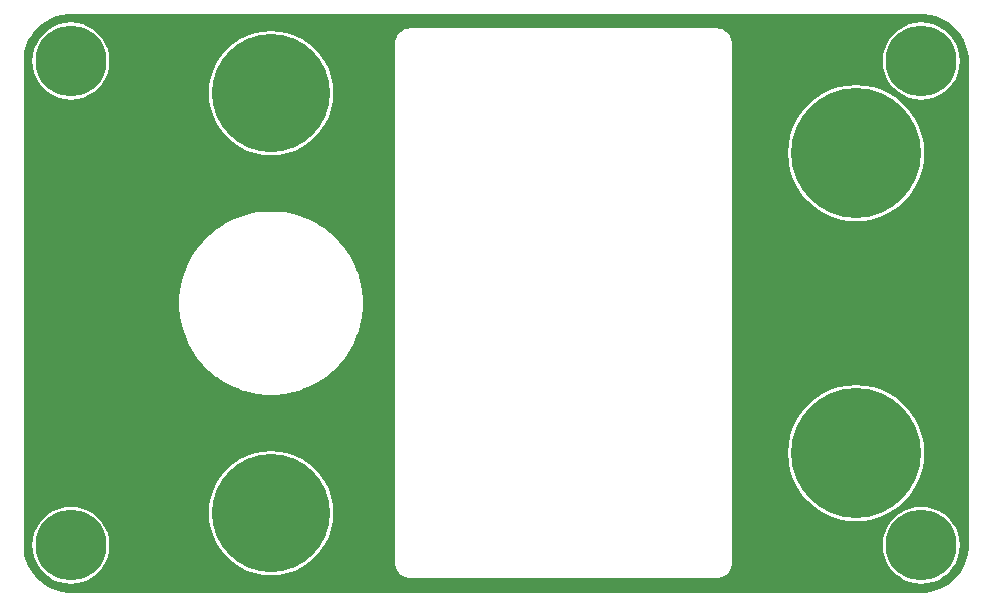
<source format=gtl>
G04 Layer_Physical_Order=1*
G04 Layer_Color=25308*
%FSAX43Y43*%
%MOMM*%
G71*
G01*
G75*
%ADD10C,11.000*%
%ADD11C,10.000*%
%ADD12C,6.000*%
G36*
X0135842Y0100632D02*
X0136349Y0100496D01*
X0136833Y0100295D01*
X0137287Y0100033D01*
X0137703Y0099714D01*
X0138074Y0099343D01*
X0138393Y0098927D01*
X0138655Y0098473D01*
X0138856Y0097989D01*
X0138992Y0097482D01*
X0139060Y0096962D01*
Y0096700D01*
Y0055700D01*
Y0055438D01*
X0138992Y0054918D01*
X0138856Y0054411D01*
X0138655Y0053927D01*
X0138393Y0053473D01*
X0138074Y0053057D01*
X0137703Y0052686D01*
X0137287Y0052367D01*
X0136833Y0052105D01*
X0136349Y0051904D01*
X0135842Y0051768D01*
X0135322Y0051700D01*
X0062798D01*
X0062278Y0051768D01*
X0061771Y0051904D01*
X0061287Y0052105D01*
X0060833Y0052367D01*
X0060417Y0052686D01*
X0060046Y0053057D01*
X0059727Y0053473D01*
X0059465Y0053927D01*
X0059264Y0054411D01*
X0059128Y0054918D01*
X0059060Y0055438D01*
Y0055700D01*
Y0096700D01*
Y0096962D01*
X0059128Y0097482D01*
X0059264Y0097989D01*
X0059465Y0098473D01*
X0059727Y0098927D01*
X0060046Y0099343D01*
X0060417Y0099714D01*
X0060833Y0100033D01*
X0061287Y0100295D01*
X0061771Y0100496D01*
X0062278Y0100632D01*
X0062798Y0100700D01*
X0135322D01*
X0135842Y0100632D01*
D02*
G37*
%LPC*%
G36*
X0117873Y0099459D02*
X0091677D01*
X0091651Y0099454D01*
X0091626D01*
X0091433Y0099416D01*
X0091409Y0099406D01*
X0091384Y0099401D01*
X0091202Y0099325D01*
X0091181Y0099311D01*
X0091157Y0099302D01*
X0090994Y0099192D01*
X0090976Y0099174D01*
X0090954Y0099160D01*
X0090815Y0099021D01*
X0090801Y0098999D01*
X0090783Y0098981D01*
X0090673Y0098818D01*
X0090664Y0098794D01*
X0090650Y0098773D01*
X0090574Y0098591D01*
X0090569Y0098566D01*
X0090559Y0098542D01*
X0090521Y0098349D01*
Y0098324D01*
X0090516Y0098298D01*
Y0098200D01*
Y0054200D01*
Y0054102D01*
X0090521Y0054076D01*
Y0054051D01*
X0090559Y0053858D01*
X0090569Y0053834D01*
X0090574Y0053809D01*
X0090650Y0053627D01*
X0090664Y0053606D01*
X0090673Y0053582D01*
X0090783Y0053419D01*
X0090801Y0053401D01*
X0090815Y0053379D01*
X0090954Y0053240D01*
X0090976Y0053226D01*
X0090994Y0053208D01*
X0091157Y0053098D01*
X0091181Y0053089D01*
X0091202Y0053075D01*
X0091384Y0052999D01*
X0091409Y0052994D01*
X0091433Y0052984D01*
X0091626Y0052946D01*
X0091651D01*
X0091677Y0052941D01*
X0117873D01*
X0117899Y0052946D01*
X0117924D01*
X0118117Y0052984D01*
X0118141Y0052994D01*
X0118166Y0052999D01*
X0118348Y0053075D01*
X0118369Y0053089D01*
X0118393Y0053098D01*
X0118556Y0053208D01*
X0118574Y0053226D01*
X0118596Y0053240D01*
X0118735Y0053379D01*
X0118749Y0053401D01*
X0118767Y0053419D01*
X0118877Y0053582D01*
X0118886Y0053606D01*
X0118900Y0053627D01*
X0118976Y0053809D01*
X0118981Y0053834D01*
X0118991Y0053858D01*
X0119029Y0054051D01*
Y0054076D01*
X0119034Y0054102D01*
Y0054200D01*
Y0098200D01*
Y0098298D01*
X0119029Y0098324D01*
Y0098349D01*
X0118991Y0098542D01*
X0118981Y0098566D01*
X0118976Y0098591D01*
X0118900Y0098773D01*
X0118886Y0098794D01*
X0118877Y0098818D01*
X0118767Y0098981D01*
X0118749Y0098999D01*
X0118735Y0099021D01*
X0118596Y0099160D01*
X0118574Y0099174D01*
X0118556Y0099192D01*
X0118393Y0099302D01*
X0118369Y0099311D01*
X0118348Y0099325D01*
X0118166Y0099401D01*
X0118141Y0099406D01*
X0118117Y0099416D01*
X0117924Y0099454D01*
X0117899D01*
X0117873Y0099459D01*
D02*
G37*
G36*
X0080010Y0063685D02*
X0079323Y0063640D01*
X0078647Y0063506D01*
X0077995Y0063284D01*
X0077377Y0062980D01*
X0076805Y0062597D01*
X0076287Y0062143D01*
X0075833Y0061625D01*
X0075450Y0061053D01*
X0075146Y0060435D01*
X0074924Y0059783D01*
X0074790Y0059107D01*
X0074745Y0058420D01*
X0074790Y0057733D01*
X0074924Y0057057D01*
X0075146Y0056405D01*
X0075450Y0055787D01*
X0075833Y0055215D01*
X0076287Y0054697D01*
X0076805Y0054243D01*
X0077377Y0053860D01*
X0077995Y0053556D01*
X0078647Y0053334D01*
X0079323Y0053200D01*
X0080010Y0053155D01*
X0080697Y0053200D01*
X0081373Y0053334D01*
X0082025Y0053556D01*
X0082643Y0053860D01*
X0083215Y0054243D01*
X0083733Y0054697D01*
X0084187Y0055215D01*
X0084570Y0055787D01*
X0084874Y0056405D01*
X0085096Y0057057D01*
X0085230Y0057733D01*
X0085275Y0058420D01*
X0085230Y0059107D01*
X0085096Y0059783D01*
X0084874Y0060435D01*
X0084570Y0061053D01*
X0084187Y0061625D01*
X0083733Y0062143D01*
X0083215Y0062597D01*
X0082643Y0062980D01*
X0082025Y0063284D01*
X0081373Y0063506D01*
X0080697Y0063640D01*
X0080010Y0063685D01*
D02*
G37*
G36*
X0063060Y0058964D02*
X0062549Y0058924D01*
X0062051Y0058804D01*
X0061578Y0058608D01*
X0061141Y0058341D01*
X0060752Y0058008D01*
X0060419Y0057619D01*
X0060152Y0057182D01*
X0059956Y0056709D01*
X0059836Y0056211D01*
X0059796Y0055700D01*
X0059836Y0055189D01*
X0059956Y0054691D01*
X0060152Y0054218D01*
X0060419Y0053781D01*
X0060752Y0053392D01*
X0061141Y0053059D01*
X0061578Y0052792D01*
X0062051Y0052596D01*
X0062549Y0052476D01*
X0063060Y0052436D01*
X0063571Y0052476D01*
X0064069Y0052596D01*
X0064542Y0052792D01*
X0064979Y0053059D01*
X0065368Y0053392D01*
X0065701Y0053781D01*
X0065968Y0054218D01*
X0066164Y0054691D01*
X0066284Y0055189D01*
X0066324Y0055700D01*
X0066284Y0056211D01*
X0066164Y0056709D01*
X0065968Y0057182D01*
X0065701Y0057619D01*
X0065368Y0058008D01*
X0064979Y0058341D01*
X0064542Y0058608D01*
X0064069Y0058804D01*
X0063571Y0058924D01*
X0063060Y0058964D01*
D02*
G37*
G36*
X0135060D02*
X0134549Y0058924D01*
X0134051Y0058804D01*
X0133578Y0058608D01*
X0133141Y0058341D01*
X0132752Y0058008D01*
X0132419Y0057619D01*
X0132152Y0057182D01*
X0131956Y0056709D01*
X0131836Y0056211D01*
X0131796Y0055700D01*
X0131836Y0055189D01*
X0131956Y0054691D01*
X0132152Y0054218D01*
X0132419Y0053781D01*
X0132752Y0053392D01*
X0133141Y0053059D01*
X0133578Y0052792D01*
X0134051Y0052596D01*
X0134549Y0052476D01*
X0135060Y0052436D01*
X0135571Y0052476D01*
X0136069Y0052596D01*
X0136542Y0052792D01*
X0136979Y0053059D01*
X0137368Y0053392D01*
X0137701Y0053781D01*
X0137968Y0054218D01*
X0138164Y0054691D01*
X0138284Y0055189D01*
X0138324Y0055700D01*
X0138284Y0056211D01*
X0138164Y0056709D01*
X0137968Y0057182D01*
X0137701Y0057619D01*
X0137368Y0058008D01*
X0136979Y0058341D01*
X0136542Y0058608D01*
X0136069Y0058804D01*
X0135571Y0058924D01*
X0135060Y0058964D01*
D02*
G37*
G36*
X0129540Y0069266D02*
X0128787Y0069217D01*
X0128048Y0069070D01*
X0127333Y0068827D01*
X0126657Y0068494D01*
X0126030Y0068075D01*
X0125463Y0067577D01*
X0124965Y0067010D01*
X0124546Y0066383D01*
X0124213Y0065707D01*
X0123970Y0064992D01*
X0123823Y0064253D01*
X0123774Y0063500D01*
X0123823Y0062747D01*
X0123970Y0062008D01*
X0124213Y0061293D01*
X0124546Y0060617D01*
X0124965Y0059990D01*
X0125463Y0059423D01*
X0126030Y0058925D01*
X0126657Y0058506D01*
X0127333Y0058173D01*
X0128048Y0057930D01*
X0128787Y0057783D01*
X0129540Y0057734D01*
X0130293Y0057783D01*
X0131032Y0057930D01*
X0131747Y0058173D01*
X0132423Y0058506D01*
X0133050Y0058925D01*
X0133617Y0059423D01*
X0134115Y0059990D01*
X0134534Y0060617D01*
X0134867Y0061293D01*
X0135110Y0062008D01*
X0135257Y0062747D01*
X0135306Y0063500D01*
X0135257Y0064253D01*
X0135110Y0064992D01*
X0134867Y0065707D01*
X0134534Y0066383D01*
X0134115Y0067010D01*
X0133617Y0067577D01*
X0133050Y0068075D01*
X0132423Y0068494D01*
X0131747Y0068827D01*
X0131032Y0069070D01*
X0130293Y0069217D01*
X0129540Y0069266D01*
D02*
G37*
G36*
X0063060Y0099964D02*
X0062549Y0099924D01*
X0062051Y0099804D01*
X0061578Y0099608D01*
X0061141Y0099341D01*
X0060752Y0099008D01*
X0060419Y0098619D01*
X0060152Y0098182D01*
X0059956Y0097709D01*
X0059836Y0097211D01*
X0059796Y0096700D01*
X0059836Y0096189D01*
X0059956Y0095691D01*
X0060152Y0095218D01*
X0060419Y0094781D01*
X0060752Y0094392D01*
X0061141Y0094059D01*
X0061578Y0093792D01*
X0062051Y0093596D01*
X0062549Y0093476D01*
X0063060Y0093436D01*
X0063571Y0093476D01*
X0064069Y0093596D01*
X0064542Y0093792D01*
X0064979Y0094059D01*
X0065368Y0094392D01*
X0065701Y0094781D01*
X0065968Y0095218D01*
X0066164Y0095691D01*
X0066284Y0096189D01*
X0066324Y0096700D01*
X0066284Y0097211D01*
X0066164Y0097709D01*
X0065968Y0098182D01*
X0065701Y0098619D01*
X0065368Y0099008D01*
X0064979Y0099341D01*
X0064542Y0099608D01*
X0064069Y0099804D01*
X0063571Y0099924D01*
X0063060Y0099964D01*
D02*
G37*
G36*
X0135060D02*
X0134549Y0099924D01*
X0134051Y0099804D01*
X0133578Y0099608D01*
X0133141Y0099341D01*
X0132752Y0099008D01*
X0132419Y0098619D01*
X0132152Y0098182D01*
X0131956Y0097709D01*
X0131836Y0097211D01*
X0131796Y0096700D01*
X0131836Y0096189D01*
X0131956Y0095691D01*
X0132152Y0095218D01*
X0132419Y0094781D01*
X0132752Y0094392D01*
X0133141Y0094059D01*
X0133578Y0093792D01*
X0134051Y0093596D01*
X0134549Y0093476D01*
X0135060Y0093436D01*
X0135571Y0093476D01*
X0136069Y0093596D01*
X0136542Y0093792D01*
X0136979Y0094059D01*
X0137368Y0094392D01*
X0137701Y0094781D01*
X0137968Y0095218D01*
X0138164Y0095691D01*
X0138284Y0096189D01*
X0138324Y0096700D01*
X0138284Y0097211D01*
X0138164Y0097709D01*
X0137968Y0098182D01*
X0137701Y0098619D01*
X0137368Y0099008D01*
X0136979Y0099341D01*
X0136542Y0099608D01*
X0136069Y0099804D01*
X0135571Y0099924D01*
X0135060Y0099964D01*
D02*
G37*
G36*
X0080010Y0099245D02*
X0079323Y0099200D01*
X0078647Y0099066D01*
X0077995Y0098844D01*
X0077377Y0098540D01*
X0076805Y0098157D01*
X0076287Y0097703D01*
X0075833Y0097185D01*
X0075450Y0096613D01*
X0075146Y0095995D01*
X0074924Y0095343D01*
X0074790Y0094667D01*
X0074745Y0093980D01*
X0074790Y0093293D01*
X0074924Y0092617D01*
X0075146Y0091965D01*
X0075450Y0091347D01*
X0075833Y0090775D01*
X0076287Y0090257D01*
X0076805Y0089803D01*
X0077377Y0089420D01*
X0077995Y0089116D01*
X0078647Y0088894D01*
X0079323Y0088760D01*
X0080010Y0088715D01*
X0080697Y0088760D01*
X0081373Y0088894D01*
X0082025Y0089116D01*
X0082643Y0089420D01*
X0083215Y0089803D01*
X0083733Y0090257D01*
X0084187Y0090775D01*
X0084570Y0091347D01*
X0084874Y0091965D01*
X0085096Y0092617D01*
X0085230Y0093293D01*
X0085275Y0093980D01*
X0085230Y0094667D01*
X0085096Y0095343D01*
X0084874Y0095995D01*
X0084570Y0096613D01*
X0084187Y0097185D01*
X0083733Y0097703D01*
X0083215Y0098157D01*
X0082643Y0098540D01*
X0082025Y0098844D01*
X0081373Y0099066D01*
X0080697Y0099200D01*
X0080010Y0099245D01*
D02*
G37*
G36*
X0129540Y0094666D02*
X0128787Y0094617D01*
X0128048Y0094470D01*
X0127333Y0094227D01*
X0126657Y0093894D01*
X0126030Y0093475D01*
X0125463Y0092977D01*
X0124965Y0092410D01*
X0124546Y0091783D01*
X0124213Y0091107D01*
X0123970Y0090392D01*
X0123823Y0089653D01*
X0123774Y0088900D01*
X0123823Y0088147D01*
X0123970Y0087408D01*
X0124213Y0086693D01*
X0124546Y0086017D01*
X0124965Y0085390D01*
X0125463Y0084823D01*
X0126030Y0084325D01*
X0126657Y0083906D01*
X0127333Y0083573D01*
X0128048Y0083330D01*
X0128787Y0083183D01*
X0129540Y0083134D01*
X0130293Y0083183D01*
X0131032Y0083330D01*
X0131747Y0083573D01*
X0132423Y0083906D01*
X0133050Y0084325D01*
X0133617Y0084823D01*
X0134115Y0085390D01*
X0134534Y0086017D01*
X0134867Y0086693D01*
X0135110Y0087408D01*
X0135257Y0088147D01*
X0135306Y0088900D01*
X0135257Y0089653D01*
X0135110Y0090392D01*
X0134867Y0091107D01*
X0134534Y0091783D01*
X0134115Y0092410D01*
X0133617Y0092977D01*
X0133050Y0093475D01*
X0132423Y0093894D01*
X0131747Y0094227D01*
X0131032Y0094470D01*
X0130293Y0094617D01*
X0129540Y0094666D01*
D02*
G37*
G36*
X0080378Y0083959D02*
X0079642D01*
X0079629Y0083956D01*
X0079616Y0083958D01*
X0078883Y0083885D01*
X0078871Y0083882D01*
X0078858D01*
X0078135Y0083738D01*
X0078123Y0083733D01*
X0078110Y0083732D01*
X0077405Y0083518D01*
X0077394Y0083512D01*
X0077381Y0083509D01*
X0076700Y0083227D01*
X0076690Y0083220D01*
X0076677Y0083216D01*
X0076027Y0082869D01*
X0076018Y0082861D01*
X0076006Y0082856D01*
X0075393Y0082447D01*
X0075384Y0082438D01*
X0075373Y0082432D01*
X0074803Y0081964D01*
X0074795Y0081954D01*
X0074784Y0081947D01*
X0074263Y0081426D01*
X0074256Y0081415D01*
X0074246Y0081407D01*
X0073778Y0080837D01*
X0073772Y0080826D01*
X0073763Y0080817D01*
X0073354Y0080204D01*
X0073349Y0080192D01*
X0073341Y0080183D01*
X0072994Y0079533D01*
X0072990Y0079520D01*
X0072983Y0079510D01*
X0072701Y0078829D01*
X0072698Y0078816D01*
X0072692Y0078805D01*
X0072478Y0078100D01*
X0072477Y0078087D01*
X0072472Y0078075D01*
X0072328Y0077352D01*
Y0077339D01*
X0072325Y0077327D01*
X0072252Y0076594D01*
X0072254Y0076581D01*
X0072251Y0076568D01*
Y0076200D01*
Y0075832D01*
X0072254Y0075819D01*
X0072252Y0075806D01*
X0072325Y0075073D01*
X0072328Y0075061D01*
Y0075048D01*
X0072472Y0074325D01*
X0072477Y0074313D01*
X0072478Y0074300D01*
X0072692Y0073595D01*
X0072698Y0073584D01*
X0072701Y0073571D01*
X0072983Y0072890D01*
X0072990Y0072880D01*
X0072994Y0072867D01*
X0073341Y0072217D01*
X0073349Y0072208D01*
X0073354Y0072196D01*
X0073763Y0071583D01*
X0073772Y0071574D01*
X0073778Y0071563D01*
X0074246Y0070993D01*
X0074256Y0070985D01*
X0074263Y0070974D01*
X0074784Y0070453D01*
X0074795Y0070446D01*
X0074803Y0070436D01*
X0075373Y0069968D01*
X0075384Y0069962D01*
X0075393Y0069953D01*
X0076006Y0069544D01*
X0076018Y0069539D01*
X0076027Y0069531D01*
X0076677Y0069184D01*
X0076690Y0069180D01*
X0076700Y0069173D01*
X0077381Y0068891D01*
X0077394Y0068888D01*
X0077405Y0068882D01*
X0078110Y0068668D01*
X0078123Y0068667D01*
X0078135Y0068662D01*
X0078858Y0068518D01*
X0078871D01*
X0078883Y0068515D01*
X0079616Y0068442D01*
X0079629Y0068444D01*
X0079642Y0068441D01*
X0080378D01*
X0080391Y0068444D01*
X0080404Y0068442D01*
X0081137Y0068515D01*
X0081149Y0068518D01*
X0081162D01*
X0081885Y0068662D01*
X0081897Y0068667D01*
X0081910Y0068668D01*
X0082615Y0068882D01*
X0082626Y0068888D01*
X0082639Y0068891D01*
X0083320Y0069173D01*
X0083330Y0069180D01*
X0083343Y0069184D01*
X0083993Y0069531D01*
X0084002Y0069539D01*
X0084014Y0069544D01*
X0084627Y0069953D01*
X0084636Y0069962D01*
X0084647Y0069968D01*
X0085217Y0070436D01*
X0085225Y0070446D01*
X0085236Y0070453D01*
X0085757Y0070974D01*
X0085764Y0070985D01*
X0085774Y0070993D01*
X0086242Y0071563D01*
X0086248Y0071574D01*
X0086257Y0071583D01*
X0086666Y0072196D01*
X0086671Y0072208D01*
X0086679Y0072217D01*
X0087026Y0072867D01*
X0087030Y0072880D01*
X0087037Y0072890D01*
X0087319Y0073571D01*
X0087322Y0073584D01*
X0087328Y0073595D01*
X0087542Y0074300D01*
X0087543Y0074313D01*
X0087548Y0074325D01*
X0087692Y0075048D01*
Y0075061D01*
X0087696Y0075073D01*
X0087768Y0075806D01*
X0087766Y0075819D01*
X0087769Y0075832D01*
Y0076200D01*
Y0076568D01*
X0087766Y0076581D01*
X0087768Y0076594D01*
X0087696Y0077327D01*
X0087692Y0077339D01*
Y0077352D01*
X0087548Y0078075D01*
X0087543Y0078087D01*
X0087542Y0078100D01*
X0087328Y0078805D01*
X0087322Y0078816D01*
X0087319Y0078829D01*
X0087037Y0079510D01*
X0087030Y0079520D01*
X0087026Y0079533D01*
X0086679Y0080183D01*
X0086671Y0080192D01*
X0086666Y0080204D01*
X0086257Y0080817D01*
X0086248Y0080826D01*
X0086242Y0080837D01*
X0085774Y0081407D01*
X0085764Y0081415D01*
X0085757Y0081426D01*
X0085236Y0081947D01*
X0085225Y0081954D01*
X0085217Y0081964D01*
X0084647Y0082432D01*
X0084636Y0082438D01*
X0084627Y0082447D01*
X0084014Y0082856D01*
X0084002Y0082861D01*
X0083993Y0082869D01*
X0083343Y0083216D01*
X0083330Y0083220D01*
X0083320Y0083227D01*
X0082639Y0083509D01*
X0082626Y0083512D01*
X0082615Y0083518D01*
X0081910Y0083732D01*
X0081897Y0083733D01*
X0081885Y0083738D01*
X0081162Y0083882D01*
X0081149D01*
X0081137Y0083885D01*
X0080404Y0083958D01*
X0080391Y0083956D01*
X0080378Y0083959D01*
D02*
G37*
%LPD*%
D10*
X0129540Y0088900D02*
D03*
Y0063500D02*
D03*
D11*
X0080010Y0058420D02*
D03*
Y0093980D02*
D03*
D12*
X0063060Y0055700D02*
D03*
X0135060D02*
D03*
Y0096700D02*
D03*
X0063060D02*
D03*
M02*

</source>
